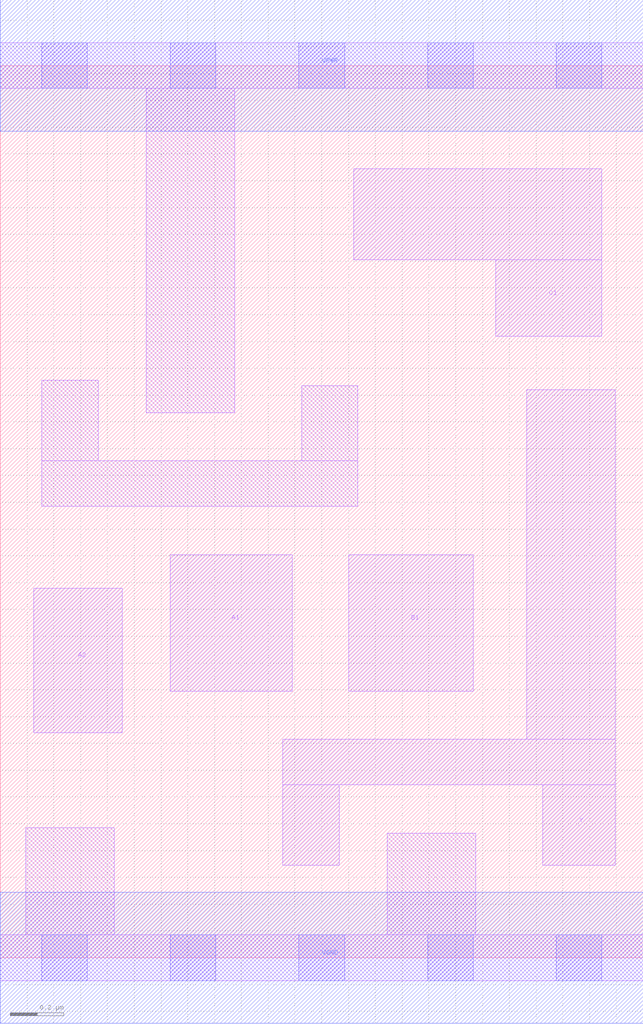
<source format=lef>
# Copyright 2020 The SkyWater PDK Authors
#
# Licensed under the Apache License, Version 2.0 (the "License");
# you may not use this file except in compliance with the License.
# You may obtain a copy of the License at
#
#     https://www.apache.org/licenses/LICENSE-2.0
#
# Unless required by applicable law or agreed to in writing, software
# distributed under the License is distributed on an "AS IS" BASIS,
# WITHOUT WARRANTIES OR CONDITIONS OF ANY KIND, either express or implied.
# See the License for the specific language governing permissions and
# limitations under the License.
#
# SPDX-License-Identifier: Apache-2.0

VERSION 5.7 ;
  NAMESCASESENSITIVE ON ;
  NOWIREEXTENSIONATPIN ON ;
  DIVIDERCHAR "/" ;
  BUSBITCHARS "[]" ;
UNITS
  DATABASE MICRONS 200 ;
END UNITS
MACRO sky130_fd_sc_lp__a211oi_m
  CLASS CORE ;
  FOREIGN sky130_fd_sc_lp__a211oi_m ;
  ORIGIN  0.000000  0.000000 ;
  SIZE  2.400000 BY  3.330000 ;
  SYMMETRY X Y R90 ;
  SITE unit ;
  PIN A1
    ANTENNAGATEAREA  0.126000 ;
    DIRECTION INPUT ;
    USE SIGNAL ;
    PORT
      LAYER li1 ;
        RECT 0.635000 0.995000 1.090000 1.505000 ;
    END
  END A1
  PIN A2
    ANTENNAGATEAREA  0.126000 ;
    DIRECTION INPUT ;
    USE SIGNAL ;
    PORT
      LAYER li1 ;
        RECT 0.125000 0.840000 0.455000 1.380000 ;
    END
  END A2
  PIN B1
    ANTENNAGATEAREA  0.126000 ;
    DIRECTION INPUT ;
    USE SIGNAL ;
    PORT
      LAYER li1 ;
        RECT 1.300000 0.995000 1.765000 1.505000 ;
    END
  END B1
  PIN C1
    ANTENNAGATEAREA  0.126000 ;
    DIRECTION INPUT ;
    USE SIGNAL ;
    PORT
      LAYER li1 ;
        RECT 1.320000 2.605000 2.245000 2.945000 ;
        RECT 1.850000 2.320000 2.245000 2.605000 ;
    END
  END C1
  PIN Y
    ANTENNADIFFAREA  0.386400 ;
    DIRECTION OUTPUT ;
    USE SIGNAL ;
    PORT
      LAYER li1 ;
        RECT 1.055000 0.345000 1.265000 0.645000 ;
        RECT 1.055000 0.645000 2.295000 0.815000 ;
        RECT 1.965000 0.815000 2.295000 2.120000 ;
        RECT 2.025000 0.345000 2.295000 0.645000 ;
    END
  END Y
  PIN VGND
    DIRECTION INOUT ;
    USE GROUND ;
    PORT
      LAYER met1 ;
        RECT 0.000000 -0.245000 2.400000 0.245000 ;
    END
  END VGND
  PIN VPWR
    DIRECTION INOUT ;
    USE POWER ;
    PORT
      LAYER met1 ;
        RECT 0.000000 3.085000 2.400000 3.575000 ;
    END
  END VPWR
  OBS
    LAYER li1 ;
      RECT 0.000000 -0.085000 2.400000 0.085000 ;
      RECT 0.000000  3.245000 2.400000 3.415000 ;
      RECT 0.095000  0.085000 0.425000 0.485000 ;
      RECT 0.155000  1.685000 1.335000 1.855000 ;
      RECT 0.155000  1.855000 0.365000 2.155000 ;
      RECT 0.545000  2.035000 0.875000 3.245000 ;
      RECT 1.125000  1.855000 1.335000 2.135000 ;
      RECT 1.445000  0.085000 1.775000 0.465000 ;
    LAYER mcon ;
      RECT 0.155000 -0.085000 0.325000 0.085000 ;
      RECT 0.155000  3.245000 0.325000 3.415000 ;
      RECT 0.635000 -0.085000 0.805000 0.085000 ;
      RECT 0.635000  3.245000 0.805000 3.415000 ;
      RECT 1.115000 -0.085000 1.285000 0.085000 ;
      RECT 1.115000  3.245000 1.285000 3.415000 ;
      RECT 1.595000 -0.085000 1.765000 0.085000 ;
      RECT 1.595000  3.245000 1.765000 3.415000 ;
      RECT 2.075000 -0.085000 2.245000 0.085000 ;
      RECT 2.075000  3.245000 2.245000 3.415000 ;
  END
END sky130_fd_sc_lp__a211oi_m
END LIBRARY

</source>
